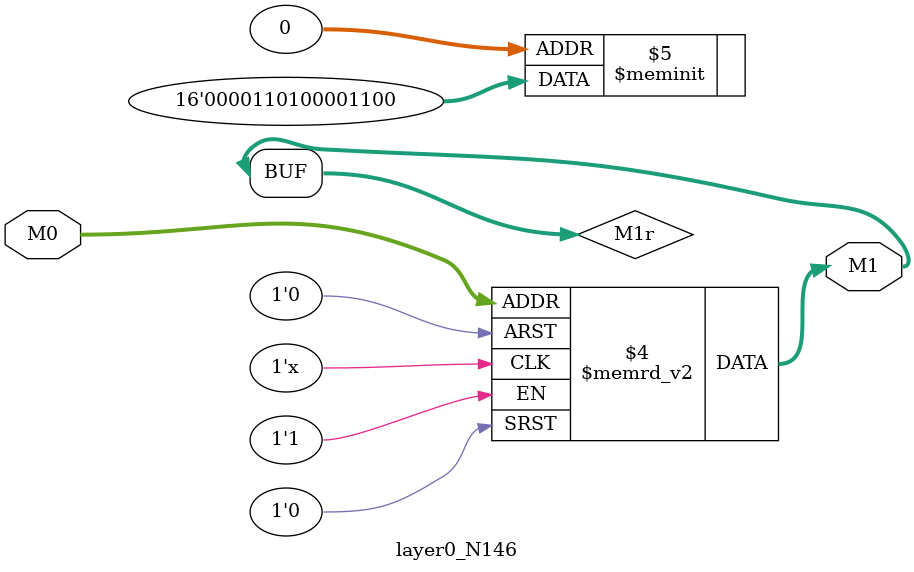
<source format=v>
module layer0_N146 ( input [2:0] M0, output [1:0] M1 );

	(*rom_style = "distributed" *) reg [1:0] M1r;
	assign M1 = M1r;
	always @ (M0) begin
		case (M0)
			3'b000: M1r = 2'b00;
			3'b100: M1r = 2'b01;
			3'b010: M1r = 2'b00;
			3'b110: M1r = 2'b00;
			3'b001: M1r = 2'b11;
			3'b101: M1r = 2'b11;
			3'b011: M1r = 2'b00;
			3'b111: M1r = 2'b00;

		endcase
	end
endmodule

</source>
